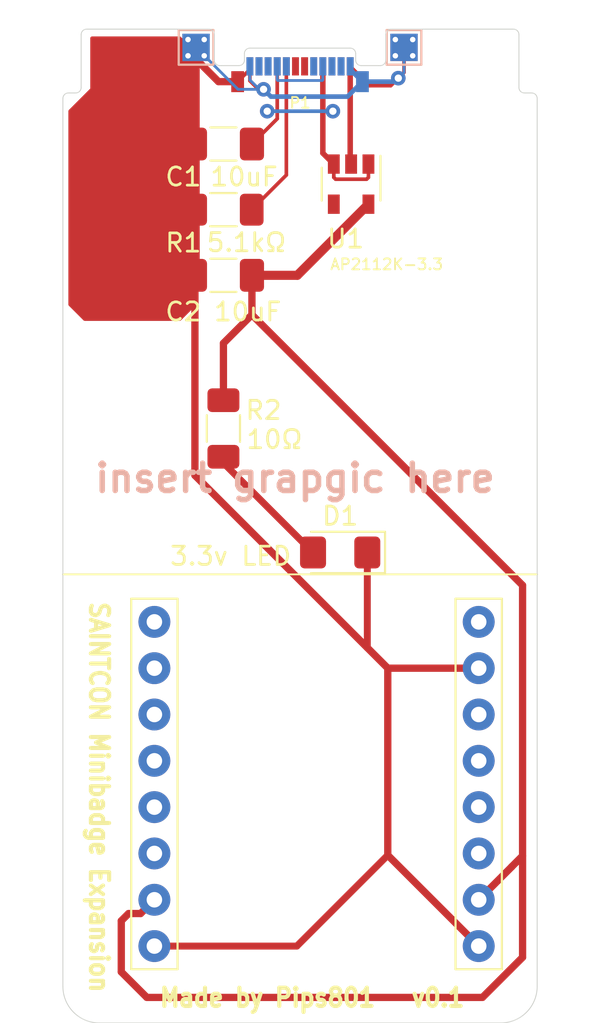
<source format=kicad_pcb>
(kicad_pcb (version 20240108) (generator "pcbnew") (generator_version "8.0")
  (title_block (title "Expansion Card Template") (rev "X1") (company "Framework") (comment 1 "This work is licensed under a Creative Commons Attribution 4.0 International License") (comment 4 "https://frame.work"))
  (layers (0 "F.Cu" signal) (31 "B.Cu" signal) (34 "B.Paste" user) (35 "F.Paste" user) (36 "B.SilkS" user "B.Silkscreen") (37 "F.SilkS" user "F.Silkscreen") (38 "B.Mask" user) (39 "F.Mask" user) (44 "Edge.Cuts" user))
  (net 0 "")
  (net 8 "/VBUS+")
  (net 9 "/GND")
  (net 10 "/+3V3")
  (net 11 "/CC")
  (net 12 "Net-(D1-A)")
  (footprint "Package_TO_SOT_SMD:SOT-23-5" (layer "F.Cu") (at 135.8 108.2 -90)
    (property "Reference" "U1" (at 3 1.4 180) (layer "F.SilkS") (effects (justify left)))
    (property "Value" "AP2112K-3.3")
    (fp_line (start -0.9 1.61) (end 0.9 1.61) (stroke (width 0.12)) (layer "F.SilkS"))
    (fp_line (start 0.9 -1.61) (end -1.55 -1.61) (stroke (width 0.12)) (layer "F.SilkS"))
    (pad "1" smd rect (at -1.1 -0.95 270) (size 1.06 0.65) (layers "F.Cu" "F.Paste" "F.Mask") (net 8 "/VBUS+"))
    (pad "2" smd rect (at -1.1 0 270) (size 1.06 0.65) (layers "F.Cu" "F.Paste" "F.Mask") (net 9 "/GND"))
    (pad "3" smd rect (at -1.1 0.95 270) (size 1.06 0.65) (layers "F.Cu" "F.Paste" "F.Mask") (net 8 "/VBUS+"))
    (pad "4" smd rect (at 1.1 0.95 270) (size 1.06 0.65) (layers "F.Cu" "F.Paste" "F.Mask"))
    (pad "5" smd rect (at 1.1 -0.95 270) (size 1.06 0.65) (layers "F.Cu" "F.Paste" "F.Mask") (net 10 "/+3V3"))
  )
  (footprint "Capacitor_SMD:C_1206_3216Metric_Pad1.33x1.80mm_HandSolder" (layer "F.Cu") (at 128.8 106 180)
    (property "Reference" "C1" (at 2.2 -1.8 180) (layer "F.SilkS"))
    (property "Value" "10uF")
    (fp_line (start -0.711252 0.91) (end 0.711252 0.91) (stroke (width 0.12)) (layer "F.SilkS"))
    (fp_line (start -0.711252 -0.91) (end 0.711252 -0.91) (stroke (width 0.12)) (layer "F.SilkS"))
    (pad "1" smd roundrect (at -1.5625 0 180) (size 1.325 1.8) (layers "F.Cu" "F.Paste" "F.Mask") (roundrect_rratio 0.188679) (net 8 "/VBUS+"))
    (pad "2" smd roundrect (at 1.5625 0 180) (size 1.325 1.8) (layers "F.Cu" "F.Paste" "F.Mask") (roundrect_rratio 0.188679) (net 9 "/GND"))
  )
  (footprint "Resistor_SMD:R_1206_3216Metric_Pad1.30x1.75mm_HandSolder" (layer "F.Cu") (at 128.8 109.6 180)
    (property "Reference" "R1" (at 2.2 -1.82 180) (layer "F.SilkS"))
    (property "Value" "5.1k")
    (fp_line (start -0.727064 0.91) (end 0.727064 0.91) (stroke (width 0.12)) (layer "F.SilkS"))
    (fp_line (start -0.727064 -0.91) (end 0.727064 -0.91) (stroke (width 0.12)) (layer "F.SilkS"))
    (pad "1" smd roundrect (at -1.55 0 180) (size 1.3 1.75) (layers "F.Cu" "F.Paste" "F.Mask") (roundrect_rratio 0.192308) (net 11 "/CC"))
    (pad "2" smd roundrect (at 1.55 0 180) (size 1.3 1.75) (layers "F.Cu" "F.Paste" "F.Mask") (roundrect_rratio 0.192308) (net 9 "/GND"))
  )
  (footprint "Expansion_Card:USB_C_Plug_Molex_105444" (layer "F.Cu") (at 133 101.7)
    (property "Reference" "P1" (at 0 2.04 0) (layer "F.SilkS") (effects (font (size 0.5842 0.5842) (thickness 0.1016))))
    (property "Value" "Connector_USB_C_Plug_USB2.0")
    (fp_line (start -3.35 0) (end -4.3 0) (stroke (width 0.05)) (layer "Edge.Cuts"))
    (fp_line (start -3.05 -0.66) (end -3.05 -0.3) (stroke (width 0.05)) (layer "Edge.Cuts"))
    (fp_line (start -2.75 -0.96) (end 2.75 -0.96) (stroke (width 0.05)) (layer "Edge.Cuts"))
    (fp_line (start 3.05 -0.66) (end 3.05 -0.3) (stroke (width 0.05)) (layer "Edge.Cuts"))
    (fp_line (start 3.35 0) (end 4.3 0) (stroke (width 0.05)) (layer "Edge.Cuts"))
    (fp_arc (start -3.05 -0.66) (mid -2.962132 -0.872132) (end -2.75 -0.96) (stroke (width 0.05)) (layer "Edge.Cuts"))
    (fp_arc (start -3.05 -0.3) (mid -3.137868 -0.087868) (end -3.35 0) (stroke (width 0.05)) (layer "Edge.Cuts"))
    (fp_arc (start 2.75 -0.96) (mid 2.962132 -0.872132) (end 3.05 -0.66) (stroke (width 0.05)) (layer "Edge.Cuts"))
    (fp_arc (start 3.35 0) (mid 3.137868 -0.087868) (end 3.05 -0.3) (stroke (width 0.05)) (layer "Edge.Cuts"))
    (pad "A1" smd rect (at -2.75 0.04) (size 0.38 1) (layers "F.Cu" "F.Paste" "F.Mask") (net 9 "/GND"))
    (pad "A2" smd rect (at -2.25 0.04) (size 0.38 1) (layers "F.Cu" "F.Paste" "F.Mask"))
    (pad "A3" smd rect (at -1.75 0.04) (size 0.38 1) (layers "F.Cu" "F.Paste" "F.Mask"))
    (pad "A4" smd rect (at -1.25 0.04) (size 0.38 1) (layers "F.Cu" "F.Paste" "F.Mask") (net 8 "/VBUS+"))
    (pad "A5" smd rect (at -0.75 0.04) (size 0.38 1) (layers "F.Cu" "F.Paste" "F.Mask") (net 11 "/CC"))
    (pad "A6" smd rect (at -0.25 0.04) (size 0.38 1) (layers "F.Cu" "F.Paste" "F.Mask"))
    (pad "A7" smd rect (at 0.25 0.04) (size 0.38 1) (layers "F.Cu" "F.Paste" "F.Mask"))
    (pad "A8" smd rect (at 0.75 0.04) (size 0.38 1) (layers "F.Cu" "F.Paste" "F.Mask"))
    (pad "A9" smd rect (at 1.25 0.04) (size 0.38 1) (layers "F.Cu" "F.Paste" "F.Mask") (net 8 "/VBUS+"))
    (pad "A10" smd rect (at 1.75 0.04) (size 0.38 1) (layers "F.Cu" "F.Paste" "F.Mask"))
    (pad "A11" smd rect (at 2.25 0.04) (size 0.38 1) (layers "F.Cu" "F.Paste" "F.Mask"))
    (pad "A12" smd rect (at 2.75 0.04) (size 0.38 1) (layers "F.Cu" "F.Paste" "F.Mask") (net 9 "/GND"))
    (pad "B1" smd rect (at 2.75 0.04) (size 0.38 1) (layers "B.Cu" "B.Paste" "B.Mask") (net 9 "/GND"))
    (pad "B2" smd rect (at 2.25 0.04) (size 0.38 1) (layers "B.Cu" "B.Paste" "B.Mask"))
    (pad "B3" smd rect (at 1.75 0.04) (size 0.38 1) (layers "B.Cu" "B.Paste" "B.Mask"))
    (pad "B4" smd rect (at 1.25 0.04) (size 0.38 1) (layers "B.Cu" "B.Paste" "B.Mask") (net 8 "/VBUS+"))
    (pad "B5" smd rect (at 0.75 0.04) (size 0.38 1) (layers "B.Cu" "B.Paste" "B.Mask"))
    (pad "B8" smd rect (at -0.75 0.04) (size 0.38 1) (layers "B.Cu" "B.Paste" "B.Mask"))
    (pad "B9" smd rect (at -1.25 0.04) (size 0.38 1) (layers "B.Cu" "B.Paste" "B.Mask") (net 8 "/VBUS+"))
    (pad "B10" smd rect (at -1.75 0.04) (size 0.38 1) (layers "B.Cu" "B.Paste" "B.Mask"))
    (pad "B11" smd rect (at -2.25 0.04) (size 0.38 1) (layers "B.Cu" "B.Paste" "B.Mask"))
    (pad "B12" smd rect (at -2.75 0.04) (size 0.38 1) (layers "B.Cu" "B.Paste" "B.Mask") (net 9 "/GND"))
    (pad "S1" smd rect (at -3.42 0.88) (size 0.7 1.15) (layers "F.Cu" "F.Paste" "F.Mask") (net 9 "/GND"))
    (pad "S1" smd rect (at 3.42 0.88) (size 0.7 1.15) (layers "B.Cu" "B.Paste" "B.Mask") (net 9 "/GND"))
  )
  (footprint "Capacitor_SMD:C_1206_3216Metric_Pad1.33x1.80mm_HandSolder" (layer "F.Cu") (at 128.8 113.2 180)
    (property "Reference" "C2" (at 2.2 -2 360) (layer "F.SilkS"))
    (property "Value" "10uF")
    (fp_line (start -0.711252 0.91) (end 0.711252 0.91) (stroke (width 0.12)) (layer "F.SilkS"))
    (fp_line (start -0.711252 -0.91) (end 0.711252 -0.91) (stroke (width 0.12)) (layer "F.SilkS"))
    (pad "1" smd roundrect (at -1.5625 0 180) (size 1.325 1.8) (layers "F.Cu" "F.Paste" "F.Mask") (roundrect_rratio 0.188679) (net 10 "/+3V3"))
    (pad "2" smd roundrect (at 1.5625 0 180) (size 1.325 1.8) (layers "F.Cu" "F.Paste" "F.Mask") (roundrect_rratio 0.188679) (net 9 "/GND"))
  )
  (footprint "MountingHole:MountingHole_2.2mm_M2" (layer "F.Cu") (at 121.7 119.2)
    (property "Reference" "H1" (hide yes))
    (property "Value" "MountingHole")
    (pad "" np_thru_hole circle (at 0 0) (size 2.2 2.2) (drill 2.2) (layers "*.Cu" "*.Mask"))
  )
  (footprint "MountingHole:MountingHole_2.2mm_M2" (layer "F.Cu") (at 144.3 119.2)
    (property "Reference" "H2" (hide yes))
    (property "Value" "MountingHole")
    (pad "" np_thru_hole circle (at 0 0) (size 2.2 2.2) (drill 2.2) (layers "*.Cu" "*.Mask"))
  )
  (footprint "TestPoint:TestPoint_Pad_1.5x1.5mm" (layer "F.Cu") (at 127.3 100.7)
    (property "Reference" "TP1" (hide yes))
    (property "Value" "Connector_TestPoint")
    (fp_line (start -0.95 -0.95) (end 0.95 -0.95) (stroke (width 0.12)) (layer "F.SilkS"))
    (fp_line (start -0.95 0.95) (end -0.95 -0.95) (stroke (width 0.12)) (layer "F.SilkS"))
    (fp_line (start 0.95 -0.95) (end 0.95 0.95) (stroke (width 0.12)) (layer "F.SilkS"))
    (fp_line (start 0.95 0.95) (end -0.95 0.95) (stroke (width 0.12)) (layer "F.SilkS"))
    (pad "1" smd rect (at 0 0) (size 1.5 1.5) (layers "F.Cu" "F.Mask") (net 9 "/GND"))
  )
  (footprint "TestPoint:TestPoint_Pad_1.5x1.5mm" (layer "F.Cu") (at 138.7 100.7)
    (property "Reference" "TP3" (hide yes))
    (property "Value" "Connector_TestPoint")
    (fp_line (start -0.95 -0.95) (end 0.95 -0.95) (stroke (width 0.12)) (layer "F.SilkS"))
    (fp_line (start -0.95 0.95) (end -0.95 -0.95) (stroke (width 0.12)) (layer "F.SilkS"))
    (fp_line (start 0.95 -0.95) (end 0.95 0.95) (stroke (width 0.12)) (layer "F.SilkS"))
    (fp_line (start 0.95 0.95) (end -0.95 0.95) (stroke (width 0.12)) (layer "F.SilkS"))
    (pad "1" smd rect (at 0 0) (size 1.5 1.5) (layers "F.Cu" "F.Mask") (net 9 "/GND"))
  )
  (footprint "LED_SMD:LED_1206_3216Metric_Pad1.42x1.75mm_HandSolder" (layer "F.Cu") (at 135.2 128.4 180)
    (property "Reference" "D1" (at 0 2 360) (layer "F.SilkS"))
    (property "Value" "LED_R")
    (fp_line (start 1.6 -1.135) (end -2.46 -1.135) (stroke (width 0.12)) (layer "F.SilkS"))
    (fp_line (start -2.46 1.135) (end 1.6 1.135) (stroke (width 0.12)) (layer "F.SilkS"))
    (fp_line (start -2.46 -1.135) (end -2.46 1.135) (stroke (width 0.12)) (layer "F.SilkS"))
    (pad "1" smd roundrect (at -1.4875 0 180) (size 1.425 1.75) (layers "F.Cu" "F.Paste" "F.Mask") (roundrect_rratio 0.175439) (net 9 "/GND"))
    (pad "2" smd roundrect (at 1.4875 0 180) (size 1.425 1.75) (layers "F.Cu" "F.Paste" "F.Mask") (roundrect_rratio 0.175439) (net 12 "Net-(D1-A)"))
  )
  (footprint "MiniBadge:MiniBadge_Slot_Basic" (layer "F.Cu") (at 144.065 130.935 -90)
    (property "Reference" "MB1" (hide yes))
    (property "Value" "MiniBadge_Simple")
    (fp_line (start 0 20.32) (end 20.32 20.32) (stroke (width 0.12)) (layer "F.SilkS"))
    (fp_line (start 20.32 20.32) (end 20.32 17.78) (stroke (width 0.12)) (layer "F.SilkS"))
    (fp_line (start 0 17.78) (end 0 20.32) (stroke (width 0.12)) (layer "F.SilkS"))
    (fp_line (start 20.32 17.78) (end 0 17.78) (stroke (width 0.12)) (layer "F.SilkS"))
    (fp_line (start 0 2.54) (end 20.32 2.54) (stroke (width 0.12)) (layer "F.SilkS"))
    (fp_line (start 20.32 2.54) (end 20.32 0) (stroke (width 0.12)) (layer "F.SilkS"))
    (fp_line (start 0 0) (end 0 2.54) (stroke (width 0.12)) (layer "F.SilkS"))
    (fp_line (start 20.32 0) (end 0 0) (stroke (width 0.12)) (layer "F.SilkS"))
    (pad "1" thru_hole circle (at 1.27 1.27 270) (size 1.75 1.75) (drill 0.85) (layers "*.Cu" "*.Mask"))
    (pad "2" thru_hole circle (at 3.81 1.27 270) (size 1.75 1.75) (drill 0.85) (layers "*.Cu" "*.Mask") (net 9 "/GND"))
    (pad "3" thru_hole circle (at 6.35 1.27 270) (size 1.75 1.75) (drill 0.85) (layers "*.Cu" "*.Mask"))
    (pad "4" thru_hole circle (at 8.89 1.27 270) (size 1.75 1.75) (drill 0.85) (layers "*.Cu" "*.Mask"))
    (pad "5" thru_hole circle (at 11.43 1.27 270) (size 1.75 1.75) (drill 0.85) (layers "*.Cu" "*.Mask"))
    (pad "6" thru_hole circle (at 13.97 1.27 270) (size 1.75 1.75) (drill 0.85) (layers "*.Cu" "*.Mask"))
    (pad "7" thru_hole circle (at 16.51 1.27 270) (size 1.75 1.75) (drill 0.85) (layers "*.Cu" "*.Mask") (net 10 "/+3V3"))
    (pad "8" thru_hole circle (at 19.05 1.27 270) (size 1.75 1.75) (drill 0.85) (layers "*.Cu" "*.Mask") (net 9 "/GND"))
    (pad "9" thru_hole circle (at 1.27 19.05 270) (size 1.75 1.75) (drill 0.85) (layers "*.Cu" "*.Mask"))
    (pad "10" thru_hole circle (at 3.81 19.05 270) (size 1.75 1.75) (drill 0.85) (layers "*.Cu" "*.Mask"))
    (pad "11" thru_hole circle (at 6.35 19.05 270) (size 1.75 1.75) (drill 0.85) (layers "*.Cu" "*.Mask"))
    (pad "12" thru_hole circle (at 8.89 19.05 270) (size 1.75 1.75) (drill 0.85) (layers "*.Cu" "*.Mask"))
    (pad "13" thru_hole circle (at 11.43 19.05 270) (size 1.75 1.75) (drill 0.85) (layers "*.Cu" "*.Mask"))
    (pad "14" thru_hole circle (at 13.97 19.05 270) (size 1.75 1.75) (drill 0.85) (layers "*.Cu" "*.Mask"))
    (pad "15" thru_hole circle (at 16.51 19.05 270) (size 1.75 1.75) (drill 0.85) (layers "*.Cu" "*.Mask") (net 10 "/+3V3"))
    (pad "16" thru_hole circle (at 19.05 19.05 270) (size 1.75 1.75) (drill 0.85) (layers "*.Cu" "*.Mask") (net 9 "/GND"))
  )
  (footprint "Resistor_SMD:R_1206_3216Metric_Pad1.30x1.75mm_HandSolder" (layer "F.Cu") (at 128.8 121.6 -90)
    (property "Reference" "R2" (at -1 -2.2 180) (layer "F.SilkS"))
    (property "Value" "10Ω")
    (fp_line (start -0.727064 0.91) (end 0.727064 0.91) (stroke (width 0.12)) (layer "F.SilkS"))
    (fp_line (start -0.727064 -0.91) (end 0.727064 -0.91) (stroke (width 0.12)) (layer "F.SilkS"))
    (pad "1" smd roundrect (at -1.55 0 270) (size 1.3 1.75) (layers "F.Cu" "F.Paste" "F.Mask") (roundrect_rratio 0.192308) (net 10 "/+3V3"))
    (pad "2" smd roundrect (at 1.55 0 270) (size 1.3 1.75) (layers "F.Cu" "F.Paste" "F.Mask") (roundrect_rratio 0.192308) (net 12 "Net-(D1-A)"))
  )
  (footprint "TestPoint:TestPoint_Pad_1.5x1.5mm" (layer "B.Cu") (at 127.3 100.7)
    (property "Reference" "TP2" (hide yes))
    (property "Value" "Connector_TestPoint")
    (fp_line (start -0.95 -0.95) (end -0.95 0.95) (stroke (width 0.12)) (layer "B.SilkS"))
    (fp_line (start -0.95 0.95) (end 0.95 0.95) (stroke (width 0.12)) (layer "B.SilkS"))
    (fp_line (start 0.95 -0.95) (end -0.95 -0.95) (stroke (width 0.12)) (layer "B.SilkS"))
    (fp_line (start 0.95 0.95) (end 0.95 -0.95) (stroke (width 0.12)) (layer "B.SilkS"))
    (pad "1" smd rect (at 0 0) (size 1.5 1.5) (layers "B.Cu" "B.Mask") (net 9 "/GND"))
  )
  (footprint "TestPoint:TestPoint_Pad_1.5x1.5mm" (layer "B.Cu") (at 138.7 100.7)
    (property "Reference" "TP4" (hide yes))
    (property "Value" "Connector_TestPoint")
    (fp_line (start -0.95 -0.95) (end -0.95 0.95) (stroke (width 0.12)) (layer "B.SilkS"))
    (fp_line (start -0.95 0.95) (end 0.95 0.95) (stroke (width 0.12)) (layer "B.SilkS"))
    (fp_line (start 0.95 -0.95) (end -0.95 -0.95) (stroke (width 0.12)) (layer "B.SilkS"))
    (fp_line (start 0.95 0.95) (end 0.95 -0.95) (stroke (width 0.12)) (layer "B.SilkS"))
    (pad "1" smd rect (at 0 0) (size 1.5 1.5) (layers "B.Cu" "B.Mask") (net 9 "/GND"))
  )
  (gr_poly (pts (xy 127.2 114.8) (xy 126.4 115.6) (xy 121.2 115.6) (xy 120.4 114.8) (xy 120.4 104.2) (xy 121.6 103) (xy 121.6 100.2) (xy 126.4 100.2) (xy 127.2 101)) (stroke (width 0.2)) (fill solid) (layer "F.Cu") (net 9))
  (gr_line (start 146 129.6) (end 120 129.6) (stroke (width 0.1016)) (layer "F.SilkS"))
  (gr_line (start 146 103.5) (end 146 129.4) (stroke (width 0.05)) (layer "Edge.Cuts"))
  (gr_arc (start 137.7 101.4) (mid 137.612132 101.612132) (end 137.4 101.7) (stroke (width 0.05)) (layer "Edge.Cuts"))
  (gr_arc (start 128 99.7) (mid 128.212132 99.787868) (end 128.3 100) (stroke (width 0.05)) (layer "Edge.Cuts"))
  (gr_line (start 137.7 101.4) (end 137.7 100) (stroke (width 0.05)) (layer "Edge.Cuts"))
  (gr_arc (start 137.7 100) (mid 137.787868 99.787868) (end 138 99.7) (stroke (width 0.05)) (layer "Edge.Cuts"))
  (gr_line (start 128 99.7) (end 121.3 99.7) (stroke (width 0.05)) (layer "Edge.Cuts"))
  (gr_line (start 138 99.7) (end 144.7 99.7) (stroke (width 0.05)) (layer "Edge.Cuts"))
  (gr_line (start 137.3 101.7) (end 137.4 101.7) (stroke (width 0.05)) (layer "Edge.Cuts"))
  (gr_arc (start 121 100) (mid 121.087868 99.787868) (end 121.3 99.7) (stroke (width 0.05)) (layer "Edge.Cuts"))
  (gr_line (start 121 102.9) (end 121 100) (stroke (width 0.05)) (layer "Edge.Cuts"))
  (gr_arc (start 121 102.9) (mid 120.912132 103.112132) (end 120.7 103.2) (stroke (width 0.05)) (layer "Edge.Cuts"))
  (gr_arc (start 120 103.5) (mid 120.087868 103.287868) (end 120.3 103.2) (stroke (width 0.05)) (layer "Edge.Cuts"))
  (gr_line (start 120.3 103.2) (end 120.7 103.2) (stroke (width 0.05)) (layer "Edge.Cuts"))
  (gr_line (start 145 102.9) (end 145 100) (stroke (width 0.05)) (layer "Edge.Cuts"))
  (gr_arc (start 145.7 103.2) (mid 145.912132 103.287868) (end 146 103.5) (stroke (width 0.05)) (layer "Edge.Cuts"))
  (gr_arc (start 145.3 103.2) (mid 145.087868 103.112132) (end 145 102.9) (stroke (width 0.05)) (layer "Edge.Cuts"))
  (gr_line (start 145.3 103.2) (end 145.7 103.2) (stroke (width 0.05)) (layer "Edge.Cuts"))
  (gr_line (start 146 129.4) (end 146 152.2) (stroke (width 0.05)) (layer "Edge.Cuts"))
  (gr_line (start 122 154.2) (end 144 154.2) (stroke (width 0.05)) (layer "Edge.Cuts"))
  (gr_arc (start 146 152.2) (mid 145.414214 153.614214) (end 144 154.2) (stroke (width 0.05)) (layer "Edge.Cuts"))
  (gr_arc (start 144.7 99.7) (mid 144.912132 99.787868) (end 145 100) (stroke (width 0.05)) (layer "Edge.Cuts"))
  (gr_line (start 128.6 101.7) (end 128.7 101.7) (stroke (width 0.05)) (layer "Edge.Cuts"))
  (gr_line (start 128.3 101.4) (end 128.3 100) (stroke (width 0.05)) (layer "Edge.Cuts"))
  (gr_line (start 120 103.5) (end 120 129.4) (stroke (width 0.05)) (layer "Edge.Cuts"))
  (gr_line (start 120 129.4) (end 120 152.2) (stroke (width 0.05)) (layer "Edge.Cuts"))
  (gr_arc (start 128.6 101.7) (mid 128.387868 101.612132) (end 128.3 101.4) (stroke (width 0.05)) (layer "Edge.Cuts"))
  (gr_arc (start 122 154.2) (mid 120.585786 153.614214) (end 120 152.2) (stroke (width 0.05)) (layer "Edge.Cuts"))
  (gr_text "insert grapgic here" (at 121.6 125.2 0) (layer "B.SilkS") (effects (font (size 1.5 1.5) (thickness 0.3) (bold yes)) (justify left bottom)))
  (gr_text "10uF" (at 128.2 115.2 0) (layer "F.SilkS") (effects (font (size 1 1)) (justify left)))
  (gr_text "5.1kΩ" (at 127.8 111.4 0) (layer "F.SilkS") (effects (font (size 1 1)) (justify left)))
  (gr_text "AP2112K-3.3" (at 134.6 112.6 0) (layer "F.SilkS") (effects (font (size 0.6 0.6) (thickness 0.1)) (justify left)))
  (gr_text "Made by Pips801   v0.1" (at 125.2 153.4 0) (layer "F.SilkS") (effects (font (size 1 0.9) (thickness 0.3) (bold yes)) (justify left bottom)))
  (gr_text "SAINTCON Minibadge Expansion" (at 121.4 131 -90) (layer "F.SilkS") (effects (font (size 1 0.9) (thickness 0.3) (bold yes)) (justify left bottom)))
  (gr_text "3.3v LED" (at 129.2 128.6 0) (layer "F.SilkS") (effects (font (size 1 1))))
  (gr_text "10uF" (at 128 107.8 0) (layer "F.SilkS") (effects (font (size 1 1)) (justify left)))
  (gr_text "10Ω" (at 131.6 122.2 0) (layer "F.SilkS") (effects (font (size 1 1))))
  (segment (start 134.8 104.2) (end 134.25 104.2) (width 0.2) (layer "F.Cu") (net 8))
  (segment (start 134.85 107.83) (end 134.95 107.93) (width 0.2) (layer "F.Cu") (net 8))
  (segment (start 134.85 107.1) (end 134.85 107.83) (width 0.2) (layer "F.Cu") (net 8))
  (segment (start 136.75 107.83) (end 136.75 107.1) (width 0.2) (layer "F.Cu") (net 8))
  (segment (start 131.75 101.74) (end 131.75 104.2) (width 0.2) (layer "F.Cu") (net 8))
  (segment (start 131.75 104.2) (end 131.2 104.2) (width 0.2) (layer "F.Cu") (net 8))
  (segment (start 136.65 107.93) (end 136.75 107.83) (width 0.2) (layer "F.Cu") (net 8))
  (segment (start 134.25 101.74) (end 134.25 104.2) (width 0.3) (layer "F.Cu") (net 8))
  (segment (start 131.75 104.2) (end 131.75 104.6125) (width 0.2) (layer "F.Cu") (net 8))
  (segment (start 134.25 106.5) (end 134.85 107.1) (width 0.3) (layer "F.Cu") (net 8))
  (segment (start 134.95 107.93) (end 136.65 107.93) (width 0.2) (layer "F.Cu") (net 8))
  (segment (start 134.25 104.2) (end 134.25 106.5) (width 0.3) (layer "F.Cu") (net 8))
  (segment (start 131.75 104.6125) (end 130.3625 106) (width 0.2) (layer "F.Cu") (net 8))
  (via (at 131.2 104.2) (size 0.8) (drill 0.4) (layers "F.Cu" "B.Cu") (net 8))
  (via (at 134.8 104.2) (size 0.8) (drill 0.4) (layers "F.Cu" "B.Cu") (net 8))
  (segment (start 134.25 101.74) (end 134.25 102.4824) (width 0.1524) (layer "B.Cu") (net 8))
  (segment (start 131.75 102.4824) (end 131.75 101.74) (width 0.1524) (layer "B.Cu") (net 8))
  (segment (start 134.25 102.4824) (end 134.2162 102.5162) (width 0.1524) (layer "B.Cu") (net 8))
  (segment (start 134.2162 102.5162) (end 131.7838 102.5162) (width 0.1524) (layer "B.Cu") (net 8))
  (segment (start 131.2 104.2) (end 134.8 104.2) (width 0.2) (layer "B.Cu") (net 8))
  (segment (start 131.7838 102.5162) (end 131.75 102.4824) (width 0.1524) (layer "B.Cu") (net 8))
  (segment (start 127.3 100.7) (end 127.3 113.1375) (width 0.4) (layer "F.Cu") (net 9))
  (segment (start 135.75 101.74) (end 136.81 102.8) (width 0.2) (layer "F.Cu") (net 9))
  (segment (start 137.81 134.745) (end 142.795 134.745) (width 0.4) (layer "F.Cu") (net 9))
  (segment (start 125.015 149.985) (end 132.825 149.985) (width 0.381) (layer "F.Cu") (net 9))
  (segment (start 132.825 149.985) (end 137.81 145) (width 0.381) (layer "F.Cu") (net 9))
  (segment (start 135.75 107.05) (end 135.8 107.1) (width 0.2) (layer "F.Cu") (net 9))
  (segment (start 137.81 145) (end 142.795 149.985) (width 0.4) (layer "F.Cu") (net 9))
  (segment (start 136.81 102.8) (end 137.974136 102.8) (width 0.2) (layer "F.Cu") (net 9))
  (segment (start 130.25 101.91) (end 129.58 102.58) (width 0.2) (layer "F.Cu") (net 9))
  (segment (start 127.2375 113.2) (end 127.2375 124.1725) (width 0.4) (layer "F.Cu") (net 9))
  (segment (start 130.72 103) (end 131 103) (width 0.2) (layer "F.Cu") (net 9))
  (segment (start 138.7 102.074136) (end 138.7 100.7) (width 0.2) (layer "F.Cu") (net 9))
  (segment (start 127.3 113.1375) (end 127.2375 113.2) (width 0.4) (layer "F.Cu") (net 9))
  (segment (start 137.81 134.745) (end 137.81 145) (width 0.4) (layer "F.Cu") (net 9))
  (segment (start 138.387068 102.387068) (end 138.7 102.074136) (width 0.2) (layer "F.Cu") (net 9))
  (segment (start 129.58 102.58) (end 128.53 102.58) (width 0.4) (layer "F.Cu") (net 9))
  (segment (start 130.25 101.74) (end 130.25 101.91) (width 0.2) (layer "F.Cu") (net 9))
  (segment (start 135.75 101.74) (end 135.75 107.05) (width 0.3) (layer "F.Cu") (net 9))
  (segment (start 136.6875 128.4) (end 136.6875 133.619563) (width 0.381) (layer "F.Cu") (net 9))
  (segment (start 128.53 102.58) (end 127.3 101.35) (width 0.4) (layer "F.Cu") (net 9))
  (segment (start 130.25 101.74) (end 130.25 102.53) (width 0.2) (layer "F.Cu") (net 9))
  (segment (start 127.3 101.35) (end 127.3 100.7) (width 0.4) (layer "F.Cu") (net 9))
  (segment (start 130.25 102.53) (end 130.72 103) (width 0.2) (layer "F.Cu") (net 9))
  (segment (start 127.2375 124.1725) (end 136.686032 133.621031) (width 0.4) (layer "F.Cu") (net 9))
  (segment (start 136.686032 133.621031) (end 137.81 134.745) (width 0.4) (layer "F.Cu") (net 9))
  (segment (start 136.6875 133.619563) (end 136.686032 133.621031) (width 0.381) (layer "F.Cu") (net 9))
  (segment (start 137.974136 102.8) (end 138.387068 102.387068) (width 0.2) (layer "F.Cu") (net 9))
  (via (at 126.858 100.2715) (size 0.5) (drill 0.3) (layers "F.Cu" "B.Cu") (net 9))
  (via (at 126.858 101.1605) (size 0.5) (drill 0.3) (layers "F.Cu" "B.Cu") (net 9))
  (via (at 139.177 100.2715) (size 0.5) (drill 0.3) (layers "F.Cu" "B.Cu") (net 9))
  (via (at 139.177 101.1605) (size 0.5) (drill 0.3) (layers "F.Cu" "B.Cu") (net 9))
  (via (at 127.747 100.2715) (size 0.5) (drill 0.3) (layers "F.Cu" "B.Cu") (net 9))
  (via (at 131 103) (size 0.8) (drill 0.4) (layers "F.Cu" "B.Cu") (net 9))
  (via (at 138.2245 100.2715) (size 0.5) (drill 0.3) (layers "F.Cu" "B.Cu") (net 9))
  (via (at 127.747 101.1605) (size 0.5) (drill 0.3) (layers "F.Cu" "B.Cu") (net 9))
  (via (at 138.387068 102.387068) (size 0.8) (drill 0.4) (layers "F.Cu" "B.Cu") (net 9))
  (via (at 138.2245 101.1605) (size 0.5) (drill 0.3) (layers "F.Cu" "B.Cu") (net 9))
  (segment (start 136.42 102.58) (end 135.6 103.4) (width 0.254) (layer "B.Cu") (net 9))
  (segment (start 130.25 101.74) (end 130.25 102.4824) (width 0.1524) (layer "B.Cu") (net 9))
  (segment (start 136.42 102.58) (end 135.767 101.927) (width 0.254) (layer "B.Cu") (net 9))
  (segment (start 130.7676 103) (end 131 103) (width 0.1524) (layer "B.Cu") (net 9))
  (segment (start 135.767 101.927) (end 135.767 101.74) (width 0.254) (layer "B.Cu") (net 9))
  (segment (start 130.25 102.4824) (end 130.7676 103) (width 0.1524) (layer "B.Cu") (net 9))
  (segment (start 127.3 100.7) (end 129.6 103) (width 0.1524) (layer "B.Cu") (net 9))
  (segment (start 138.194136 102.58) (end 138.387068 102.387068) (width 0.254) (layer "B.Cu") (net 9))
  (segment (start 131.4 103.4) (end 131 103) (width 0.254) (layer "B.Cu") (net 9))
  (segment (start 129.6 103) (end 131 103) (width 0.1524) (layer "B.Cu") (net 9))
  (segment (start 138.7 102.074136) (end 138.387068 102.387068) (width 0.1524) (layer "B.Cu") (net 9))
  (segment (start 138.7 100.7) (end 138.7 102.074136) (width 0.1524) (layer "B.Cu") (net 9))
  (segment (start 136.42 102.58) (end 138.194136 102.58) (width 0.254) (layer "B.Cu") (net 9))
  (segment (start 135.6 103.4) (end 131.4 103.4) (width 0.254) (layer "B.Cu") (net 9))
  (segment (start 123.6 148.2) (end 124.26 148.2) (width 0.4) (layer "F.Cu") (net 10))
  (segment (start 145.2 145.037098) (end 145.2 150.6) (width 0.4) (layer "F.Cu") (net 10))
  (segment (start 132.85 113.2) (end 130.3625 113.2) (width 0.5) (layer "F.Cu") (net 10))
  (segment (start 130.3625 115.3625) (end 130.3625 113.2) (width 0.4) (layer "F.Cu") (net 10))
  (segment (start 123.2 148.6) (end 123.6 148.2) (width 0.4) (layer "F.Cu") (net 10))
  (segment (start 128.8 116.925) (end 128.8 120.05) (width 0.4) (layer "F.Cu") (net 10))
  (segment (start 143 152.8) (end 124.6 152.8) (width 0.4) (layer "F.Cu") (net 10))
  (segment (start 136.75 109.3) (end 132.85 113.2) (width 0.5) (layer "F.Cu") (net 10))
  (segment (start 124.26 148.2) (end 125.015 147.445) (width 0.4) (layer "F.Cu") (net 10))
  (segment (start 145.2 145.037098) (end 145.2 130.2) (width 0.4) (layer "F.Cu") (net 10))
  (segment (start 144.6 145.64) (end 144.6 145.637098) (width 0.4) (layer "F.Cu") (net 10))
  (segment (start 145.2 130.2) (end 130.3625 115.3625) (width 0.4) (layer "F.Cu") (net 10))
  (segment (start 123.2 151.4) (end 123.2 148.6) (width 0.4) (layer "F.Cu") (net 10))
  (segment (start 124.6 152.8) (end 123.2 151.4) (width 0.4) (layer "F.Cu") (net 10))
  (segment (start 130.3625 115.3625) (end 128.8 116.925) (width 0.4) (layer "F.Cu") (net 10))
  (segment (start 145.2 150.6) (end 143 152.8) (width 0.4) (layer "F.Cu") (net 10))
  (segment (start 144.6 145.637098) (end 145.2 145.037098) (width 0.4) (layer "F.Cu") (net 10))
  (segment (start 144.6 145.64) (end 142.795 147.445) (width 0.4) (layer "F.Cu") (net 10))
  (segment (start 132.25 107.7) (end 130.35 109.6) (width 0.2) (layer "F.Cu") (net 11))
  (segment (start 132.25 101.74) (end 132.25 107.7) (width 0.2) (layer "F.Cu") (net 11))
  (segment (start 128.8 123.15) (end 128.8 123.4875) (width 0.381) (layer "F.Cu") (net 12))
  (segment (start 128.8 123.4875) (end 133.7125 128.4) (width 0.381) (layer "F.Cu") (net 12))
)
</source>
